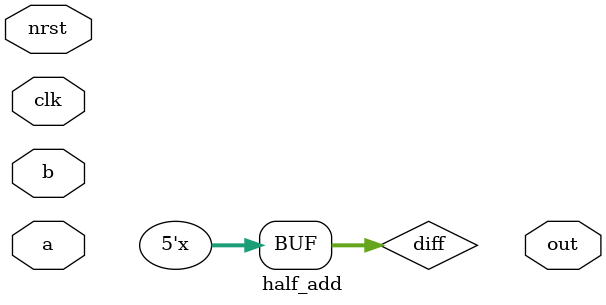
<source format=sv>
/*
 Returns the sum of a and b
 */

module half_add(
                input wire        clk,
                input wire        nrst,
                input wire [15:0] a,
                input wire [15:0] b,
                output reg [15:0] out
                );

   reg                           signa; // sign of a
   reg                           signb; // sign of b
   reg [4:0]                     expa;  // exponent of a
   reg [4:0]                     expb;  // exponent of b
   reg [9:0]                     manta; // mantissa of a
   reg [9:0]                     mantb; // mantissa of b

   reg [4:0]                      diff;


   // State registers for state
   typedef enum {UNPACK, DIFF, ALIGN, ADD} stateType;
   stateType state, next_state;

   // State FF for state
   always @ ( posedge clk, negedge nrst ) begin
      if (!nrst) state <= DIFF; else
        state <= next_state;
   end

   // Next State Logic for state
   always_comb begin
      case (state)
        UNPACK: begin
           signa = a[15];
           signb = b[15];
           expa = a[14:10];
           expb = b[14:10];
           manta = a[9:0];
           mantb = b[9:0];

           next_state = DIFF;
        end
        DIFF: begin
           if(expa >= expb) begin
              diff = expa - expb;
              expb = expa;
              mantb = mantb >> diff;
           end else begin
              diff = expb - expa;
              expa = expb;
              manta = manta >> diff;
           end
           next_state = ALIGN;
        end
        ALIGN: begin
           next_state = ADD;
        end
        ADD: begin
           next_state = DIFF;
        end
      endcase // case (state)
   end // always @ (...

endmodule // half_add

</source>
